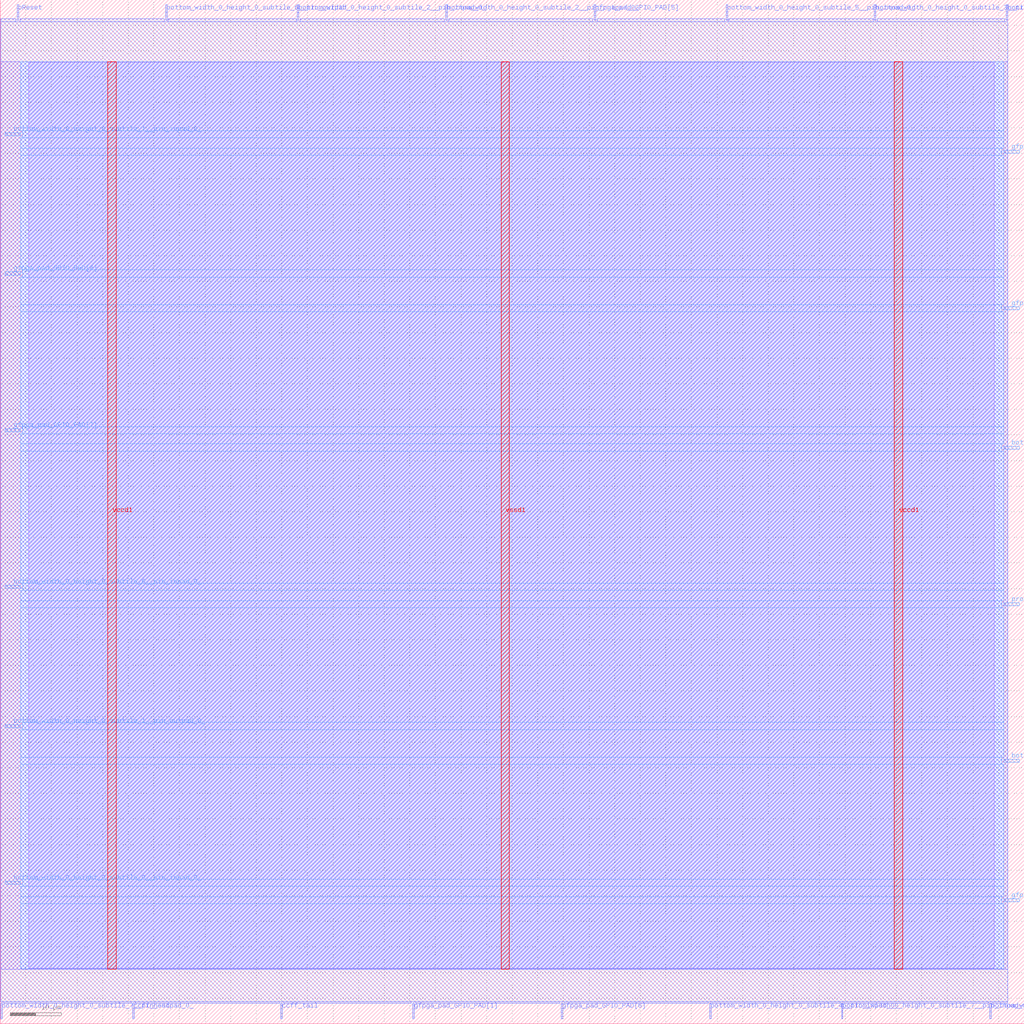
<source format=lef>
VERSION 5.7 ;
  NOWIREEXTENSIONATPIN ON ;
  DIVIDERCHAR "/" ;
  BUSBITCHARS "[]" ;
MACRO grid_io_top
  CLASS BLOCK ;
  FOREIGN grid_io_top ;
  ORIGIN 0.000 0.000 ;
  SIZE 200.000 BY 200.000 ;
  PIN bottom_width_0_height_0_subtile_0__pin_inpad_0_
    DIRECTION OUTPUT TRISTATE ;
    USE SIGNAL ;
    PORT
      LAYER met3 ;
        RECT 1.000 27.240 4.000 27.840 ;
    END
  END bottom_width_0_height_0_subtile_0__pin_inpad_0_
  PIN bottom_width_0_height_0_subtile_0__pin_outpad_0_
    DIRECTION INPUT ;
    USE SIGNAL ;
    PORT
      LAYER met2 ;
        RECT 196.510 196.000 196.790 199.000 ;
    END
  END bottom_width_0_height_0_subtile_0__pin_outpad_0_
  PIN bottom_width_0_height_0_subtile_1__pin_inpad_0_
    DIRECTION OUTPUT TRISTATE ;
    USE SIGNAL ;
    PORT
      LAYER met3 ;
        RECT 1.000 173.440 4.000 174.040 ;
    END
  END bottom_width_0_height_0_subtile_1__pin_inpad_0_
  PIN bottom_width_0_height_0_subtile_1__pin_outpad_0_
    DIRECTION INPUT ;
    USE SIGNAL ;
    PORT
      LAYER met3 ;
        RECT 1.000 57.840 4.000 58.440 ;
    END
  END bottom_width_0_height_0_subtile_1__pin_outpad_0_
  PIN bottom_width_0_height_0_subtile_2__pin_inpad_0_
    DIRECTION OUTPUT TRISTATE ;
    USE SIGNAL ;
    PORT
      LAYER met2 ;
        RECT 58.050 196.000 58.330 199.000 ;
    END
  END bottom_width_0_height_0_subtile_2__pin_inpad_0_
  PIN bottom_width_0_height_0_subtile_2__pin_outpad_0_
    DIRECTION INPUT ;
    USE SIGNAL ;
    PORT
      LAYER met2 ;
        RECT 87.030 196.000 87.310 199.000 ;
    END
  END bottom_width_0_height_0_subtile_2__pin_outpad_0_
  PIN bottom_width_0_height_0_subtile_3__pin_inpad_0_
    DIRECTION OUTPUT TRISTATE ;
    USE SIGNAL ;
    PORT
      LAYER met3 ;
        RECT 196.000 51.040 199.000 51.640 ;
    END
  END bottom_width_0_height_0_subtile_3__pin_inpad_0_
  PIN bottom_width_0_height_0_subtile_3__pin_outpad_0_
    DIRECTION INPUT ;
    USE SIGNAL ;
    PORT
      LAYER met2 ;
        RECT 170.750 196.000 171.030 199.000 ;
    END
  END bottom_width_0_height_0_subtile_3__pin_outpad_0_
  PIN bottom_width_0_height_0_subtile_4__pin_inpad_0_
    DIRECTION OUTPUT TRISTATE ;
    USE SIGNAL ;
    PORT
      LAYER met2 ;
        RECT 138.550 1.000 138.830 4.000 ;
    END
  END bottom_width_0_height_0_subtile_4__pin_inpad_0_
  PIN bottom_width_0_height_0_subtile_4__pin_outpad_0_
    DIRECTION INPUT ;
    USE SIGNAL ;
    PORT
      LAYER met3 ;
        RECT 196.000 112.240 199.000 112.840 ;
    END
  END bottom_width_0_height_0_subtile_4__pin_outpad_0_
  PIN bottom_width_0_height_0_subtile_5__pin_inpad_0_
    DIRECTION OUTPUT TRISTATE ;
    USE SIGNAL ;
    PORT
      LAYER met2 ;
        RECT 141.770 196.000 142.050 199.000 ;
    END
  END bottom_width_0_height_0_subtile_5__pin_inpad_0_
  PIN bottom_width_0_height_0_subtile_5__pin_outpad_0_
    DIRECTION INPUT ;
    USE SIGNAL ;
    PORT
      LAYER met2 ;
        RECT 193.290 1.000 193.570 4.000 ;
    END
  END bottom_width_0_height_0_subtile_5__pin_outpad_0_
  PIN bottom_width_0_height_0_subtile_6__pin_inpad_0_
    DIRECTION OUTPUT TRISTATE ;
    USE SIGNAL ;
    PORT
      LAYER met3 ;
        RECT 1.000 85.040 4.000 85.640 ;
    END
  END bottom_width_0_height_0_subtile_6__pin_inpad_0_
  PIN bottom_width_0_height_0_subtile_6__pin_outpad_0_
    DIRECTION INPUT ;
    USE SIGNAL ;
    PORT
      LAYER met2 ;
        RECT 32.290 196.000 32.570 199.000 ;
    END
  END bottom_width_0_height_0_subtile_6__pin_outpad_0_
  PIN bottom_width_0_height_0_subtile_7__pin_inpad_0_
    DIRECTION OUTPUT TRISTATE ;
    USE SIGNAL ;
    PORT
      LAYER met2 ;
        RECT 164.310 1.000 164.590 4.000 ;
    END
  END bottom_width_0_height_0_subtile_7__pin_inpad_0_
  PIN bottom_width_0_height_0_subtile_7__pin_outpad_0_
    DIRECTION INPUT ;
    USE SIGNAL ;
    PORT
      LAYER met2 ;
        RECT 0.090 1.000 0.370 4.000 ;
    END
  END bottom_width_0_height_0_subtile_7__pin_outpad_0_
  PIN ccff_head
    DIRECTION INPUT ;
    USE SIGNAL ;
    PORT
      LAYER met2 ;
        RECT 25.850 1.000 26.130 4.000 ;
    END
  END ccff_head
  PIN ccff_tail
    DIRECTION OUTPUT TRISTATE ;
    USE SIGNAL ;
    PORT
      LAYER met2 ;
        RECT 54.830 1.000 55.110 4.000 ;
    END
  END ccff_tail
  PIN gfpga_pad_GPIO_PAD[0]
    DIRECTION INOUT ;
    USE SIGNAL ;
    PORT
      LAYER met3 ;
        RECT 196.000 23.840 199.000 24.440 ;
    END
  END gfpga_pad_GPIO_PAD[0]
  PIN gfpga_pad_GPIO_PAD[1]
    DIRECTION INOUT ;
    USE SIGNAL ;
    PORT
      LAYER met2 ;
        RECT 80.590 1.000 80.870 4.000 ;
    END
  END gfpga_pad_GPIO_PAD[1]
  PIN gfpga_pad_GPIO_PAD[2]
    DIRECTION INOUT ;
    USE SIGNAL ;
    PORT
      LAYER met3 ;
        RECT 196.000 139.440 199.000 140.040 ;
    END
  END gfpga_pad_GPIO_PAD[2]
  PIN gfpga_pad_GPIO_PAD[3]
    DIRECTION INOUT ;
    USE SIGNAL ;
    PORT
      LAYER met3 ;
        RECT 196.000 170.040 199.000 170.640 ;
    END
  END gfpga_pad_GPIO_PAD[3]
  PIN gfpga_pad_GPIO_PAD[4]
    DIRECTION INOUT ;
    USE SIGNAL ;
    PORT
      LAYER met3 ;
        RECT 1.000 146.240 4.000 146.840 ;
    END
  END gfpga_pad_GPIO_PAD[4]
  PIN gfpga_pad_GPIO_PAD[5]
    DIRECTION INOUT ;
    USE SIGNAL ;
    PORT
      LAYER met2 ;
        RECT 116.010 196.000 116.290 199.000 ;
    END
  END gfpga_pad_GPIO_PAD[5]
  PIN gfpga_pad_GPIO_PAD[6]
    DIRECTION INOUT ;
    USE SIGNAL ;
    PORT
      LAYER met2 ;
        RECT 109.570 1.000 109.850 4.000 ;
    END
  END gfpga_pad_GPIO_PAD[6]
  PIN gfpga_pad_GPIO_PAD[7]
    DIRECTION INOUT ;
    USE SIGNAL ;
    PORT
      LAYER met3 ;
        RECT 1.000 115.640 4.000 116.240 ;
    END
  END gfpga_pad_GPIO_PAD[7]
  PIN pReset
    DIRECTION INPUT ;
    USE SIGNAL ;
    PORT
      LAYER met2 ;
        RECT 3.310 196.000 3.590 199.000 ;
    END
  END pReset
  PIN prog_clk
    DIRECTION INPUT ;
    USE SIGNAL ;
    PORT
      LAYER met3 ;
        RECT 196.000 81.640 199.000 82.240 ;
    END
  END prog_clk
  PIN vccd1
    DIRECTION INOUT ;
    USE POWER ;
    PORT
      LAYER met4 ;
        RECT 21.040 10.640 22.640 187.920 ;
    END
    PORT
      LAYER met4 ;
        RECT 174.640 10.640 176.240 187.920 ;
    END
  END vccd1
  PIN vssd1
    DIRECTION INOUT ;
    USE GROUND ;
    PORT
      LAYER met4 ;
        RECT 97.840 10.640 99.440 187.920 ;
    END
  END vssd1
  OBS
      LAYER li1 ;
        RECT 5.520 10.795 194.120 187.765 ;
      LAYER met1 ;
        RECT 0.070 10.640 196.810 187.920 ;
      LAYER met2 ;
        RECT 0.100 195.720 3.030 196.250 ;
        RECT 3.870 195.720 32.010 196.250 ;
        RECT 32.850 195.720 57.770 196.250 ;
        RECT 58.610 195.720 86.750 196.250 ;
        RECT 87.590 195.720 115.730 196.250 ;
        RECT 116.570 195.720 141.490 196.250 ;
        RECT 142.330 195.720 170.470 196.250 ;
        RECT 171.310 195.720 196.230 196.250 ;
        RECT 0.100 4.280 196.780 195.720 ;
        RECT 0.650 4.000 25.570 4.280 ;
        RECT 26.410 4.000 54.550 4.280 ;
        RECT 55.390 4.000 80.310 4.280 ;
        RECT 81.150 4.000 109.290 4.280 ;
        RECT 110.130 4.000 138.270 4.280 ;
        RECT 139.110 4.000 164.030 4.280 ;
        RECT 164.870 4.000 193.010 4.280 ;
        RECT 193.850 4.000 196.780 4.280 ;
      LAYER met3 ;
        RECT 4.000 174.440 196.000 187.845 ;
        RECT 4.400 173.040 196.000 174.440 ;
        RECT 4.000 171.040 196.000 173.040 ;
        RECT 4.000 169.640 195.600 171.040 ;
        RECT 4.000 147.240 196.000 169.640 ;
        RECT 4.400 145.840 196.000 147.240 ;
        RECT 4.000 140.440 196.000 145.840 ;
        RECT 4.000 139.040 195.600 140.440 ;
        RECT 4.000 116.640 196.000 139.040 ;
        RECT 4.400 115.240 196.000 116.640 ;
        RECT 4.000 113.240 196.000 115.240 ;
        RECT 4.000 111.840 195.600 113.240 ;
        RECT 4.000 86.040 196.000 111.840 ;
        RECT 4.400 84.640 196.000 86.040 ;
        RECT 4.000 82.640 196.000 84.640 ;
        RECT 4.000 81.240 195.600 82.640 ;
        RECT 4.000 58.840 196.000 81.240 ;
        RECT 4.400 57.440 196.000 58.840 ;
        RECT 4.000 52.040 196.000 57.440 ;
        RECT 4.000 50.640 195.600 52.040 ;
        RECT 4.000 28.240 196.000 50.640 ;
        RECT 4.400 26.840 196.000 28.240 ;
        RECT 4.000 24.840 196.000 26.840 ;
        RECT 4.000 23.440 195.600 24.840 ;
        RECT 4.000 10.715 196.000 23.440 ;
  END
END grid_io_top
END LIBRARY


</source>
